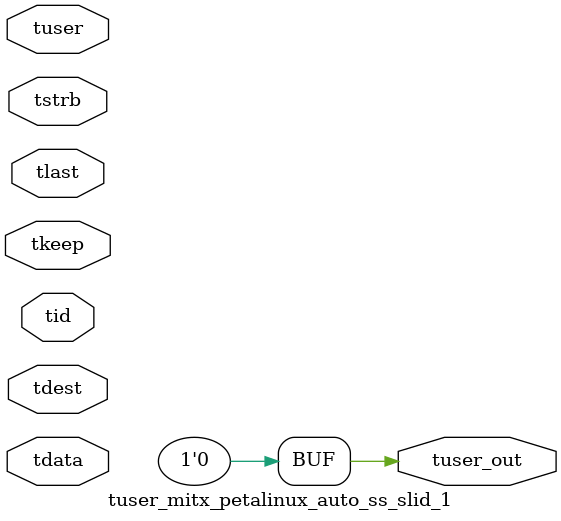
<source format=v>


`timescale 1ps/1ps

module tuser_mitx_petalinux_auto_ss_slid_1 #
(
parameter C_S_AXIS_TUSER_WIDTH = 1,
parameter C_S_AXIS_TDATA_WIDTH = 32,
parameter C_S_AXIS_TID_WIDTH   = 0,
parameter C_S_AXIS_TDEST_WIDTH = 0,
parameter C_M_AXIS_TUSER_WIDTH = 1
)
(
input  [(C_S_AXIS_TUSER_WIDTH == 0 ? 1 : C_S_AXIS_TUSER_WIDTH)-1:0     ] tuser,
input  [(C_S_AXIS_TDATA_WIDTH == 0 ? 1 : C_S_AXIS_TDATA_WIDTH)-1:0     ] tdata,
input  [(C_S_AXIS_TID_WIDTH   == 0 ? 1 : C_S_AXIS_TID_WIDTH)-1:0       ] tid,
input  [(C_S_AXIS_TDEST_WIDTH == 0 ? 1 : C_S_AXIS_TDEST_WIDTH)-1:0     ] tdest,
input  [(C_S_AXIS_TDATA_WIDTH/8)-1:0 ] tkeep,
input  [(C_S_AXIS_TDATA_WIDTH/8)-1:0 ] tstrb,
input                                                                    tlast,
output [C_M_AXIS_TUSER_WIDTH-1:0] tuser_out
);

assign tuser_out = {1'b0};

endmodule


</source>
